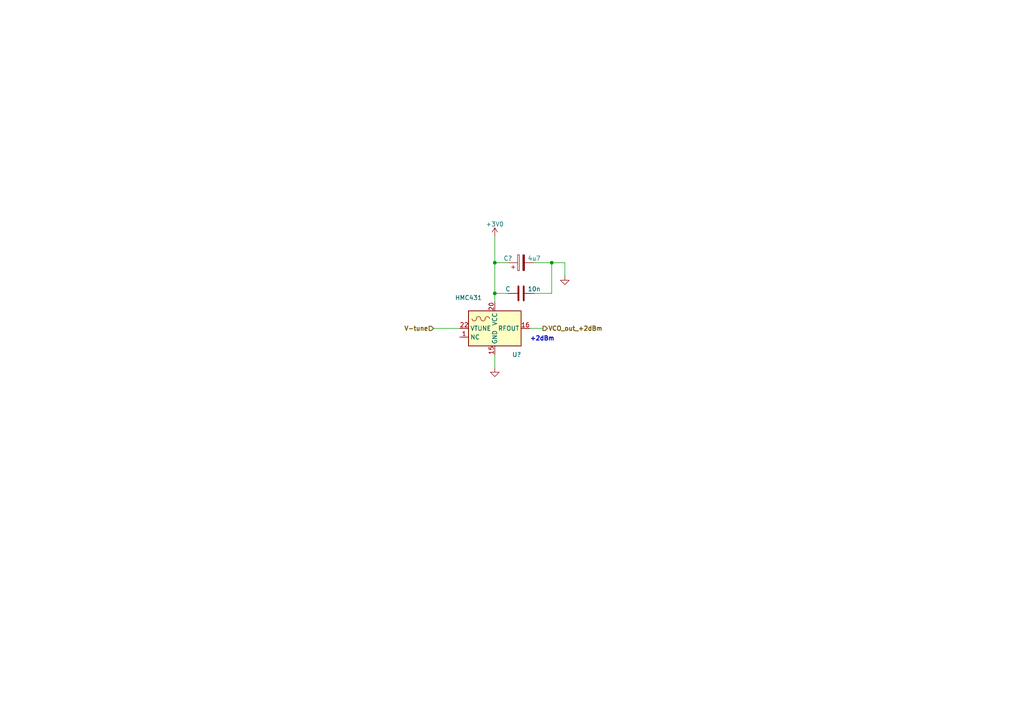
<source format=kicad_sch>
(kicad_sch (version 20211123) (generator eeschema)
  (paper "A4")
  (lib_symbols
    (symbol "Device:C" (pin_numbers hide) (pin_names (offset 0.254))
      (property "Reference" "C" (at 0.635 2.54 0))
      (property "Value" "C" (at 0.635 -2.54 0))
      (symbol "C_0_1"
        (polyline (pts (xy -2.032 -0.762) (xy 2.032 -0.762)) (stroke (width 0.508)))
        (polyline (pts (xy -2.032 0.762) (xy 2.032 0.762)) (stroke (width 0.508)))
      )
      (symbol "C_1_1"
        (pin passive line (at 0 3.81 270) (length 2.794) (name "~") (number "1"))
        (pin passive line (at 0 -3.81 90) (length 2.794) (name "~") (number "2"))
      )
    )
    (symbol "Device:C_Polarized" (pin_numbers hide) (pin_names (offset 0.254))
      (property "Reference" "C" (at 0.635 2.54 0))
      (property "Value" "C_Polarized" (at 0.635 -2.54 0))
      (symbol "C_Polarized_0_1"
        (rectangle (start -2.286 0.508) (end 2.286 1.016))
        (polyline (pts (xy -1.778 2.286) (xy -0.762 2.286)))
        (polyline (pts (xy -1.27 2.794) (xy -1.27 1.778)))
        (rectangle (start 2.286 -0.508) (end -2.286 -1.016) (fill (type outline)))
      )
      (symbol "C_Polarized_1_1"
        (pin passive line (at 0 3.81 270) (length 2.794) (name "~") (number "1"))
        (pin passive line (at 0 -3.81 90) (length 2.794) (name "~") (number "2"))
      )
    )
    (symbol "RF:HMC431"
      (property "Reference" "U" (at -6.35 6.35 0))
      (property "Value" "HMC431" (at 5.08 6.35 0))
      (symbol "HMC431_0_1"
        (rectangle (start -7.62 5.08) (end 7.62 -5.08) (stroke (width 0.254)) (fill (type background)))
        (arc (start -6.604 2.794) (mid -5.969 2.159) (end -5.334 2.794))
        (arc (start -4.064 2.794) (mid -4.699 3.429) (end -5.334 2.794))
        (arc (start -4.064 2.794) (mid -3.429 2.159) (end -2.794 2.794))
        (arc (start -1.524 2.794) (mid -2.159 3.429) (end -2.794 2.794))
      )
      (symbol "HMC431_1_1"
        (pin passive line (at -10.16 -2.54 0) (length 2.54) (name "NC") (number "1"))
        (pin passive line (at -10.16 -2.54 0) (length 2.54) hide (name "NC") (number "10"))
        (pin passive line (at -10.16 -2.54 0) (length 2.54) hide (name "NC") (number "11"))
        (pin passive line (at -10.16 -2.54 0) (length 2.54) hide (name "NC") (number "12"))
        (pin passive line (at -10.16 -2.54 0) (length 2.54) hide (name "NC") (number "13"))
        (pin passive line (at -10.16 -2.54 0) (length 2.54) hide (name "NC") (number "14"))
        (pin power_in line (at 0 -7.62 90) (length 2.54) (name "GND") (number "15"))
        (pin output line (at 10.16 0 180) (length 2.54) (name "RFOUT") (number "16"))
        (pin passive line (at -10.16 -2.54 0) (length 2.54) hide (name "NC") (number "17"))
        (pin passive line (at -10.16 -2.54 0) (length 2.54) hide (name "NC") (number "18"))
        (pin passive line (at -10.16 -2.54 0) (length 2.54) hide (name "NC") (number "19"))
        (pin passive line (at -10.16 -2.54 0) (length 2.54) hide (name "NC") (number "2"))
        (pin power_in line (at 0 7.62 270) (length 2.54) (name "VCC") (number "20"))
        (pin passive line (at -10.16 -2.54 0) (length 2.54) hide (name "NC") (number "21"))
        (pin input line (at -10.16 0 0) (length 2.54) (name "VTUNE") (number "22"))
        (pin passive line (at -10.16 -2.54 0) (length 2.54) hide (name "NC") (number "23"))
        (pin passive line (at -10.16 -2.54 0) (length 2.54) hide (name "NC") (number "24"))
        (pin passive line (at 0 -7.62 90) (length 2.54) hide (name "GND") (number "25"))
        (pin passive line (at -10.16 -2.54 0) (length 2.54) hide (name "NC") (number "3"))
        (pin passive line (at -10.16 -2.54 0) (length 2.54) hide (name "NC") (number "4"))
        (pin passive line (at -10.16 -2.54 0) (length 2.54) hide (name "NC") (number "5"))
        (pin passive line (at -10.16 -2.54 0) (length 2.54) hide (name "NC") (number "6"))
        (pin passive line (at -10.16 -2.54 0) (length 2.54) hide (name "NC") (number "7"))
        (pin passive line (at -10.16 -2.54 0) (length 2.54) hide (name "NC") (number "8"))
        (pin passive line (at -10.16 -2.54 0) (length 2.54) hide (name "NC") (number "9"))
      )
    )
    (symbol "power:+3V0" (power) (pin_names (offset 0))
      (property "Value" "+3V0" (at 0 3.556 0))
      (symbol "+3V0_0_1"
        (polyline (pts (xy -0.762 1.27) (xy 0 2.54)))
        (polyline (pts (xy 0 0) (xy 0 2.54)))
        (polyline (pts (xy 0 2.54) (xy 0.762 1.27)))
      )
      (symbol "+3V0_1_1"
        (pin power_in line (at 0 0 90) (length 0) hide (name "+3V0") (number "1"))
      )
    )
    (symbol "power:GNDA" (power) (pin_names (offset 0))
      (property "Value" "GNDA" (at 0 -3.81 0))
      (symbol "GNDA_0_1"
        (polyline (pts (xy 0 0) (xy 0 -1.27) (xy 1.27 -1.27) (xy 0 -2.54) (xy -1.27 -1.27) (xy 0 -1.27)))
      )
      (symbol "GNDA_1_1"
        (pin power_in line (at 0 0 270) (length 0) hide (name "GNDA") (number "1"))
      )
    )
  )
  (junction (at 143.51 76.2))
  (junction (at 160.02 76.2))
  (junction (at 143.51 85.09))
  (wire (pts (xy 160.02 76.2) (xy 163.83 76.2)))
  (wire (pts (xy 143.51 76.2) (xy 147.32 76.2)))
  (wire (pts (xy 143.51 76.2) (xy 143.51 85.09)))
  (wire (pts (xy 143.51 68.58) (xy 143.51 76.2)))
  (wire (pts (xy 125.73 95.25) (xy 133.35 95.25)))
  (wire (pts (xy 153.67 95.25) (xy 157.48 95.25)))
  (wire (pts (xy 143.51 85.09) (xy 143.51 87.63)))
  (wire (pts (xy 143.51 102.87) (xy 143.51 106.68)))
  (wire (pts (xy 160.02 85.09) (xy 160.02 76.2)))
  (wire (pts (xy 163.83 76.2) (xy 163.83 80.01)))
  (wire (pts (xy 154.94 85.09) (xy 160.02 85.09)))
  (wire (pts (xy 154.94 76.2) (xy 160.02 76.2)))
  (wire (pts (xy 143.51 85.09) (xy 147.32 85.09)))
  (text "+2dBm" (at 153.67 99.06 0) (effects (font (size 1.27 1.27) bold) (justify left bottom)))
  (hierarchical_label "V-tune" (shape input) (at 125.73 95.25 180) (effects (font bold)))
  (hierarchical_label "VCO_out_+2dBm" (shape output) (at 157.48 95.25 0) (effects (font bold)))
  (symbol (lib_id "Device:C_Polarized") (at 151.13 76.2 90) (unit 1)
    (property "Reference" "C?" (at 147.32 74.93 90))
    (property "Value" "4u7" (at 154.94 74.93 90))
  )
  (symbol (lib_id "Device:C") (at 151.13 85.09 90) (unit 1)
    (property "Reference" "C" (at 147.32 83.82 90))
    (property "Value" "10n" (at 154.94 83.82 90))
  )
  (symbol (lib_id "power:GNDA") (at 143.51 106.68 0) (unit 1)
    (property "Reference" "#PWR?" (effects hide))
    (property "Value" "GNDA" (effects hide))
  )
  (symbol (lib_id "RF:HMC431") (at 143.51 95.25 0) (unit 1)
    (property "Reference" "U?" (at 149.86 102.87 0))
    (property "Value" "HMC431" (at 135.89 86.36 0))
    (property "Footprint" "Package_DFN_QFN:QFN-24-1EP_4x4mm_P0.5mm_EP2.8x2.8mm" (effects hide))
    (property "Datasheet" "https://www.analog.com/media/en/technical-documentation/data-sheets/hmc431.pdf" (effects hide))
  )
  (symbol (lib_id "power:+3V0") (at 143.51 68.58 0) (unit 1)
    (property "Reference" "#PWR?" (effects hide))
    (property "Value" "+3V0" (at 143.51 65.0042 0))
  )
  (symbol (lib_id "power:GNDA") (at 163.83 80.01 0) (unit 1)
    (property "Reference" "#PWR?" (effects hide))
    (property "Value" "GNDA" (effects hide))
  )
)
</source>
